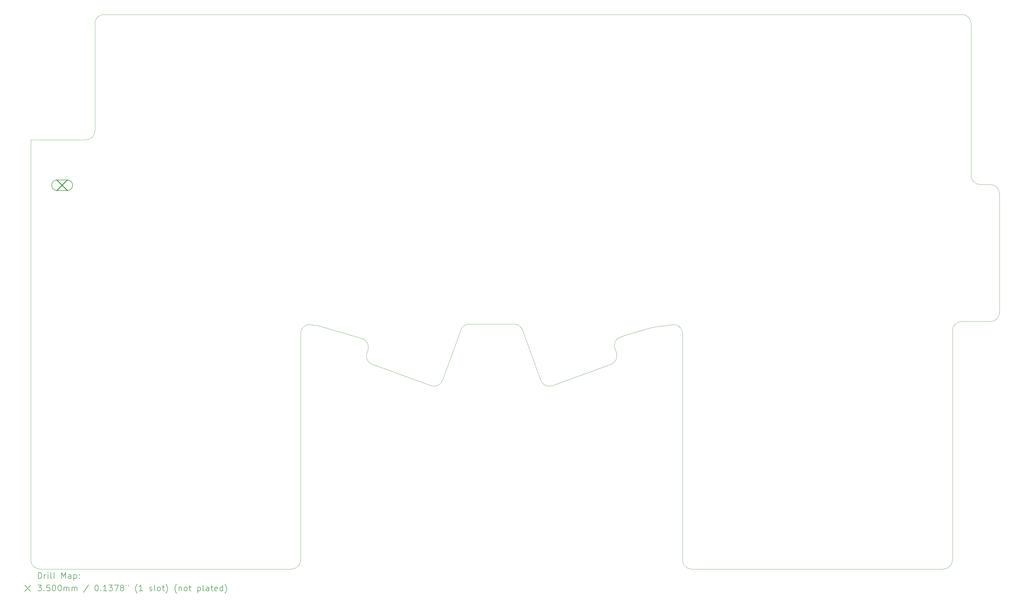
<source format=gbr>
%TF.GenerationSoftware,KiCad,Pcbnew,(6.0.7-1)-1*%
%TF.CreationDate,2022-08-18T09:54:43+02:00*%
%TF.ProjectId,optical-keyboard-mx,6f707469-6361-46c2-9d6b-6579626f6172,rev?*%
%TF.SameCoordinates,Original*%
%TF.FileFunction,Drillmap*%
%TF.FilePolarity,Positive*%
%FSLAX45Y45*%
G04 Gerber Fmt 4.5, Leading zero omitted, Abs format (unit mm)*
G04 Created by KiCad (PCBNEW (6.0.7-1)-1) date 2022-08-18 09:54:43*
%MOMM*%
%LPD*%
G01*
G04 APERTURE LIST*
%ADD10C,0.100000*%
%ADD11C,0.200000*%
%ADD12C,0.350000*%
G04 APERTURE END LIST*
D10*
X29225000Y-16950000D02*
X29225000Y-11650000D01*
X12128234Y-10921581D02*
X12743870Y-9230135D01*
X17779634Y-10382641D02*
X15806280Y-11100883D01*
X29525000Y-8950000D02*
G75*
G03*
X29225000Y-9250000I0J-300000D01*
G01*
X20175000Y-16950000D02*
G75*
G03*
X20475000Y-17250000I300000J0D01*
G01*
X17779633Y-10382636D02*
G75*
G03*
X17958936Y-9998127I-102603J281906D01*
G01*
X30500000Y-4350000D02*
X30150000Y-4350000D01*
X20475000Y-17250000D02*
X28925000Y-17250000D01*
X7375000Y-16950000D02*
X7375000Y-11650000D01*
X7375000Y-11350000D02*
X7375000Y-9350000D01*
X7757691Y-9061622D02*
G75*
G03*
X7375000Y-9350000I-82691J-288379D01*
G01*
X7375000Y-11650000D02*
X7375000Y-11350000D01*
X175000Y-2850000D02*
X-1675000Y-2850000D01*
X7075000Y-17250000D02*
G75*
G03*
X7375000Y-16950000I0J300000D01*
G01*
X475000Y1050000D02*
X475000Y-2550000D01*
X7888891Y-9070384D02*
X7787000Y-9071000D01*
X28925000Y-17250000D02*
G75*
G03*
X29225000Y-16950000I0J300000D01*
G01*
X29850000Y-4050000D02*
X29850000Y1050000D01*
X18106850Y-9466189D02*
X18282110Y-9397703D01*
X29225000Y-11350000D02*
X29225000Y-9250000D01*
X13025778Y-9032741D02*
X14524222Y-9032741D01*
X18282110Y-9397703D02*
X19195309Y-9135848D01*
X15421766Y-10921581D02*
X14806130Y-9230135D01*
X20175000Y-9350000D02*
G75*
G03*
X19792309Y-9061622I-300000J0D01*
G01*
X-1675000Y-11350000D02*
X-1675000Y-11650000D01*
X18106851Y-9466193D02*
G75*
G03*
X17907633Y-9857173I82689J-288377D01*
G01*
X20175000Y-11650000D02*
X20175000Y-11350000D01*
X13025778Y-9032739D02*
G75*
G03*
X12743870Y-9230135I2J-300002D01*
G01*
X20175000Y-11650000D02*
X20175000Y-16950000D01*
X9770366Y-10382641D02*
X11743720Y-11100883D01*
X29850000Y1050000D02*
G75*
G03*
X29550000Y1350000I-300000J0D01*
G01*
X9625265Y-9904157D02*
G75*
G03*
X9426049Y-9513173I-281905J102607D01*
G01*
X9591059Y-9998125D02*
G75*
G03*
X9770366Y-10382641I281911J-102605D01*
G01*
X29225000Y-11650000D02*
X29225000Y-11350000D01*
X775000Y1350000D02*
G75*
G03*
X475000Y1050000I0J-300000D01*
G01*
X-1375000Y-17250000D02*
X7075000Y-17250000D01*
X-1675000Y-2850000D02*
X-1675000Y-11350000D01*
X15421764Y-10921582D02*
G75*
G03*
X15806280Y-11100883I281906J102602D01*
G01*
X7888891Y-9070384D02*
X9030390Y-9397703D01*
X30500000Y-8950000D02*
G75*
G03*
X30800000Y-8650000I0J300000D01*
G01*
X11743721Y-11100881D02*
G75*
G03*
X12128234Y-10921581I102609J281901D01*
G01*
X7757691Y-9061622D02*
X7787000Y-9071000D01*
X-1675000Y-16950000D02*
G75*
G03*
X-1375000Y-17250000I300000J0D01*
G01*
X29525000Y-8950000D02*
X30500000Y-8950000D01*
X30800000Y-4650000D02*
G75*
G03*
X30500000Y-4350000I-300000J0D01*
G01*
X775000Y1350000D02*
X29550000Y1350000D01*
X20175000Y-9350000D02*
X20175000Y-11350000D01*
X9591064Y-9998127D02*
X9625266Y-9904158D01*
X14806128Y-9230135D02*
G75*
G03*
X14524222Y-9032741I-281908J-102605D01*
G01*
X9030390Y-9397703D02*
X9426049Y-9513173D01*
X30800000Y-8650000D02*
X30800000Y-4650000D01*
X19195309Y-9135848D02*
X19792309Y-9061622D01*
X29850000Y-4050000D02*
G75*
G03*
X30150000Y-4350000I300000J0D01*
G01*
X-1675000Y-11650000D02*
X-1675000Y-16950000D01*
X175000Y-2850000D02*
G75*
G03*
X475000Y-2550000I0J300000D01*
G01*
X17958936Y-9998127D02*
X17907633Y-9857173D01*
D11*
D12*
X-800000Y-4200000D02*
X-450000Y-4550000D01*
X-450000Y-4200000D02*
X-800000Y-4550000D01*
D11*
X-800000Y-4550000D02*
X-450000Y-4550000D01*
X-800000Y-4200000D02*
X-450000Y-4200000D01*
X-450000Y-4550000D02*
G75*
G03*
X-450000Y-4200000I0J175000D01*
G01*
X-800000Y-4200000D02*
G75*
G03*
X-800000Y-4550000I0J-175000D01*
G01*
X-1422381Y-17565476D02*
X-1422381Y-17365476D01*
X-1374762Y-17365476D01*
X-1346190Y-17375000D01*
X-1327143Y-17394048D01*
X-1317619Y-17413095D01*
X-1308095Y-17451190D01*
X-1308095Y-17479762D01*
X-1317619Y-17517857D01*
X-1327143Y-17536905D01*
X-1346190Y-17555952D01*
X-1374762Y-17565476D01*
X-1422381Y-17565476D01*
X-1222381Y-17565476D02*
X-1222381Y-17432143D01*
X-1222381Y-17470238D02*
X-1212857Y-17451190D01*
X-1203333Y-17441667D01*
X-1184286Y-17432143D01*
X-1165238Y-17432143D01*
X-1098571Y-17565476D02*
X-1098571Y-17432143D01*
X-1098571Y-17365476D02*
X-1108095Y-17375000D01*
X-1098571Y-17384524D01*
X-1089048Y-17375000D01*
X-1098571Y-17365476D01*
X-1098571Y-17384524D01*
X-974762Y-17565476D02*
X-993809Y-17555952D01*
X-1003333Y-17536905D01*
X-1003333Y-17365476D01*
X-870000Y-17565476D02*
X-889048Y-17555952D01*
X-898571Y-17536905D01*
X-898571Y-17365476D01*
X-641429Y-17565476D02*
X-641429Y-17365476D01*
X-574762Y-17508333D01*
X-508095Y-17365476D01*
X-508095Y-17565476D01*
X-327143Y-17565476D02*
X-327143Y-17460714D01*
X-336667Y-17441667D01*
X-355714Y-17432143D01*
X-393809Y-17432143D01*
X-412857Y-17441667D01*
X-327143Y-17555952D02*
X-346190Y-17565476D01*
X-393809Y-17565476D01*
X-412857Y-17555952D01*
X-422381Y-17536905D01*
X-422381Y-17517857D01*
X-412857Y-17498810D01*
X-393809Y-17489286D01*
X-346190Y-17489286D01*
X-327143Y-17479762D01*
X-231905Y-17432143D02*
X-231905Y-17632143D01*
X-231905Y-17441667D02*
X-212857Y-17432143D01*
X-174762Y-17432143D01*
X-155714Y-17441667D01*
X-146190Y-17451190D01*
X-136667Y-17470238D01*
X-136667Y-17527381D01*
X-146190Y-17546429D01*
X-155714Y-17555952D01*
X-174762Y-17565476D01*
X-212857Y-17565476D01*
X-231905Y-17555952D01*
X-50952Y-17546429D02*
X-41429Y-17555952D01*
X-50952Y-17565476D01*
X-60476Y-17555952D01*
X-50952Y-17546429D01*
X-50952Y-17565476D01*
X-50952Y-17441667D02*
X-41429Y-17451190D01*
X-50952Y-17460714D01*
X-60476Y-17451190D01*
X-50952Y-17441667D01*
X-50952Y-17460714D01*
X-1880000Y-17795000D02*
X-1680000Y-17995000D01*
X-1680000Y-17795000D02*
X-1880000Y-17995000D01*
X-1441428Y-17785476D02*
X-1317619Y-17785476D01*
X-1384286Y-17861667D01*
X-1355714Y-17861667D01*
X-1336667Y-17871190D01*
X-1327143Y-17880714D01*
X-1317619Y-17899762D01*
X-1317619Y-17947381D01*
X-1327143Y-17966429D01*
X-1336667Y-17975952D01*
X-1355714Y-17985476D01*
X-1412857Y-17985476D01*
X-1431905Y-17975952D01*
X-1441428Y-17966429D01*
X-1231905Y-17966429D02*
X-1222381Y-17975952D01*
X-1231905Y-17985476D01*
X-1241429Y-17975952D01*
X-1231905Y-17966429D01*
X-1231905Y-17985476D01*
X-1041428Y-17785476D02*
X-1136667Y-17785476D01*
X-1146190Y-17880714D01*
X-1136667Y-17871190D01*
X-1117619Y-17861667D01*
X-1070000Y-17861667D01*
X-1050952Y-17871190D01*
X-1041428Y-17880714D01*
X-1031905Y-17899762D01*
X-1031905Y-17947381D01*
X-1041428Y-17966429D01*
X-1050952Y-17975952D01*
X-1070000Y-17985476D01*
X-1117619Y-17985476D01*
X-1136667Y-17975952D01*
X-1146190Y-17966429D01*
X-908095Y-17785476D02*
X-889048Y-17785476D01*
X-870000Y-17795000D01*
X-860476Y-17804524D01*
X-850952Y-17823571D01*
X-841428Y-17861667D01*
X-841428Y-17909286D01*
X-850952Y-17947381D01*
X-860476Y-17966429D01*
X-870000Y-17975952D01*
X-889048Y-17985476D01*
X-908095Y-17985476D01*
X-927143Y-17975952D01*
X-936667Y-17966429D01*
X-946190Y-17947381D01*
X-955714Y-17909286D01*
X-955714Y-17861667D01*
X-946190Y-17823571D01*
X-936667Y-17804524D01*
X-927143Y-17795000D01*
X-908095Y-17785476D01*
X-717619Y-17785476D02*
X-698571Y-17785476D01*
X-679524Y-17795000D01*
X-670000Y-17804524D01*
X-660476Y-17823571D01*
X-650952Y-17861667D01*
X-650952Y-17909286D01*
X-660476Y-17947381D01*
X-670000Y-17966429D01*
X-679524Y-17975952D01*
X-698571Y-17985476D01*
X-717619Y-17985476D01*
X-736667Y-17975952D01*
X-746190Y-17966429D01*
X-755714Y-17947381D01*
X-765238Y-17909286D01*
X-765238Y-17861667D01*
X-755714Y-17823571D01*
X-746190Y-17804524D01*
X-736667Y-17795000D01*
X-717619Y-17785476D01*
X-565238Y-17985476D02*
X-565238Y-17852143D01*
X-565238Y-17871190D02*
X-555714Y-17861667D01*
X-536667Y-17852143D01*
X-508095Y-17852143D01*
X-489048Y-17861667D01*
X-479524Y-17880714D01*
X-479524Y-17985476D01*
X-479524Y-17880714D02*
X-470000Y-17861667D01*
X-450952Y-17852143D01*
X-422381Y-17852143D01*
X-403333Y-17861667D01*
X-393809Y-17880714D01*
X-393809Y-17985476D01*
X-298571Y-17985476D02*
X-298571Y-17852143D01*
X-298571Y-17871190D02*
X-289048Y-17861667D01*
X-270000Y-17852143D01*
X-241428Y-17852143D01*
X-222381Y-17861667D01*
X-212857Y-17880714D01*
X-212857Y-17985476D01*
X-212857Y-17880714D02*
X-203333Y-17861667D01*
X-184286Y-17852143D01*
X-155714Y-17852143D01*
X-136667Y-17861667D01*
X-127143Y-17880714D01*
X-127143Y-17985476D01*
X263333Y-17775952D02*
X91905Y-18033095D01*
X520476Y-17785476D02*
X539524Y-17785476D01*
X558571Y-17795000D01*
X568095Y-17804524D01*
X577619Y-17823571D01*
X587143Y-17861667D01*
X587143Y-17909286D01*
X577619Y-17947381D01*
X568095Y-17966429D01*
X558571Y-17975952D01*
X539524Y-17985476D01*
X520476Y-17985476D01*
X501428Y-17975952D01*
X491905Y-17966429D01*
X482381Y-17947381D01*
X472857Y-17909286D01*
X472857Y-17861667D01*
X482381Y-17823571D01*
X491905Y-17804524D01*
X501428Y-17795000D01*
X520476Y-17785476D01*
X672857Y-17966429D02*
X682381Y-17975952D01*
X672857Y-17985476D01*
X663333Y-17975952D01*
X672857Y-17966429D01*
X672857Y-17985476D01*
X872857Y-17985476D02*
X758571Y-17985476D01*
X815714Y-17985476D02*
X815714Y-17785476D01*
X796667Y-17814048D01*
X777619Y-17833095D01*
X758571Y-17842619D01*
X939524Y-17785476D02*
X1063333Y-17785476D01*
X996667Y-17861667D01*
X1025238Y-17861667D01*
X1044286Y-17871190D01*
X1053810Y-17880714D01*
X1063333Y-17899762D01*
X1063333Y-17947381D01*
X1053810Y-17966429D01*
X1044286Y-17975952D01*
X1025238Y-17985476D01*
X968095Y-17985476D01*
X949048Y-17975952D01*
X939524Y-17966429D01*
X1130000Y-17785476D02*
X1263333Y-17785476D01*
X1177619Y-17985476D01*
X1368095Y-17871190D02*
X1349048Y-17861667D01*
X1339524Y-17852143D01*
X1330000Y-17833095D01*
X1330000Y-17823571D01*
X1339524Y-17804524D01*
X1349048Y-17795000D01*
X1368095Y-17785476D01*
X1406190Y-17785476D01*
X1425238Y-17795000D01*
X1434762Y-17804524D01*
X1444286Y-17823571D01*
X1444286Y-17833095D01*
X1434762Y-17852143D01*
X1425238Y-17861667D01*
X1406190Y-17871190D01*
X1368095Y-17871190D01*
X1349048Y-17880714D01*
X1339524Y-17890238D01*
X1330000Y-17909286D01*
X1330000Y-17947381D01*
X1339524Y-17966429D01*
X1349048Y-17975952D01*
X1368095Y-17985476D01*
X1406190Y-17985476D01*
X1425238Y-17975952D01*
X1434762Y-17966429D01*
X1444286Y-17947381D01*
X1444286Y-17909286D01*
X1434762Y-17890238D01*
X1425238Y-17880714D01*
X1406190Y-17871190D01*
X1520476Y-17785476D02*
X1520476Y-17823571D01*
X1596667Y-17785476D02*
X1596667Y-17823571D01*
X1891905Y-18061667D02*
X1882381Y-18052143D01*
X1863333Y-18023571D01*
X1853809Y-18004524D01*
X1844286Y-17975952D01*
X1834762Y-17928333D01*
X1834762Y-17890238D01*
X1844286Y-17842619D01*
X1853809Y-17814048D01*
X1863333Y-17795000D01*
X1882381Y-17766429D01*
X1891905Y-17756905D01*
X2072857Y-17985476D02*
X1958571Y-17985476D01*
X2015714Y-17985476D02*
X2015714Y-17785476D01*
X1996667Y-17814048D01*
X1977619Y-17833095D01*
X1958571Y-17842619D01*
X2301429Y-17975952D02*
X2320476Y-17985476D01*
X2358571Y-17985476D01*
X2377619Y-17975952D01*
X2387143Y-17956905D01*
X2387143Y-17947381D01*
X2377619Y-17928333D01*
X2358571Y-17918810D01*
X2330000Y-17918810D01*
X2310952Y-17909286D01*
X2301429Y-17890238D01*
X2301429Y-17880714D01*
X2310952Y-17861667D01*
X2330000Y-17852143D01*
X2358571Y-17852143D01*
X2377619Y-17861667D01*
X2501429Y-17985476D02*
X2482381Y-17975952D01*
X2472857Y-17956905D01*
X2472857Y-17785476D01*
X2606190Y-17985476D02*
X2587143Y-17975952D01*
X2577619Y-17966429D01*
X2568095Y-17947381D01*
X2568095Y-17890238D01*
X2577619Y-17871190D01*
X2587143Y-17861667D01*
X2606190Y-17852143D01*
X2634762Y-17852143D01*
X2653810Y-17861667D01*
X2663333Y-17871190D01*
X2672857Y-17890238D01*
X2672857Y-17947381D01*
X2663333Y-17966429D01*
X2653810Y-17975952D01*
X2634762Y-17985476D01*
X2606190Y-17985476D01*
X2730000Y-17852143D02*
X2806190Y-17852143D01*
X2758571Y-17785476D02*
X2758571Y-17956905D01*
X2768095Y-17975952D01*
X2787143Y-17985476D01*
X2806190Y-17985476D01*
X2853809Y-18061667D02*
X2863333Y-18052143D01*
X2882381Y-18023571D01*
X2891905Y-18004524D01*
X2901428Y-17975952D01*
X2910952Y-17928333D01*
X2910952Y-17890238D01*
X2901428Y-17842619D01*
X2891905Y-17814048D01*
X2882381Y-17795000D01*
X2863333Y-17766429D01*
X2853809Y-17756905D01*
X3215714Y-18061667D02*
X3206190Y-18052143D01*
X3187143Y-18023571D01*
X3177619Y-18004524D01*
X3168095Y-17975952D01*
X3158571Y-17928333D01*
X3158571Y-17890238D01*
X3168095Y-17842619D01*
X3177619Y-17814048D01*
X3187143Y-17795000D01*
X3206190Y-17766429D01*
X3215714Y-17756905D01*
X3291905Y-17852143D02*
X3291905Y-17985476D01*
X3291905Y-17871190D02*
X3301428Y-17861667D01*
X3320476Y-17852143D01*
X3349048Y-17852143D01*
X3368095Y-17861667D01*
X3377619Y-17880714D01*
X3377619Y-17985476D01*
X3501428Y-17985476D02*
X3482381Y-17975952D01*
X3472857Y-17966429D01*
X3463333Y-17947381D01*
X3463333Y-17890238D01*
X3472857Y-17871190D01*
X3482381Y-17861667D01*
X3501428Y-17852143D01*
X3530000Y-17852143D01*
X3549048Y-17861667D01*
X3558571Y-17871190D01*
X3568095Y-17890238D01*
X3568095Y-17947381D01*
X3558571Y-17966429D01*
X3549048Y-17975952D01*
X3530000Y-17985476D01*
X3501428Y-17985476D01*
X3625238Y-17852143D02*
X3701428Y-17852143D01*
X3653809Y-17785476D02*
X3653809Y-17956905D01*
X3663333Y-17975952D01*
X3682381Y-17985476D01*
X3701428Y-17985476D01*
X3920476Y-17852143D02*
X3920476Y-18052143D01*
X3920476Y-17861667D02*
X3939524Y-17852143D01*
X3977619Y-17852143D01*
X3996667Y-17861667D01*
X4006190Y-17871190D01*
X4015714Y-17890238D01*
X4015714Y-17947381D01*
X4006190Y-17966429D01*
X3996667Y-17975952D01*
X3977619Y-17985476D01*
X3939524Y-17985476D01*
X3920476Y-17975952D01*
X4130000Y-17985476D02*
X4110952Y-17975952D01*
X4101428Y-17956905D01*
X4101428Y-17785476D01*
X4291905Y-17985476D02*
X4291905Y-17880714D01*
X4282381Y-17861667D01*
X4263333Y-17852143D01*
X4225238Y-17852143D01*
X4206190Y-17861667D01*
X4291905Y-17975952D02*
X4272857Y-17985476D01*
X4225238Y-17985476D01*
X4206190Y-17975952D01*
X4196667Y-17956905D01*
X4196667Y-17937857D01*
X4206190Y-17918810D01*
X4225238Y-17909286D01*
X4272857Y-17909286D01*
X4291905Y-17899762D01*
X4358571Y-17852143D02*
X4434762Y-17852143D01*
X4387143Y-17785476D02*
X4387143Y-17956905D01*
X4396667Y-17975952D01*
X4415714Y-17985476D01*
X4434762Y-17985476D01*
X4577619Y-17975952D02*
X4558571Y-17985476D01*
X4520476Y-17985476D01*
X4501429Y-17975952D01*
X4491905Y-17956905D01*
X4491905Y-17880714D01*
X4501429Y-17861667D01*
X4520476Y-17852143D01*
X4558571Y-17852143D01*
X4577619Y-17861667D01*
X4587143Y-17880714D01*
X4587143Y-17899762D01*
X4491905Y-17918810D01*
X4758571Y-17985476D02*
X4758571Y-17785476D01*
X4758571Y-17975952D02*
X4739524Y-17985476D01*
X4701429Y-17985476D01*
X4682381Y-17975952D01*
X4672857Y-17966429D01*
X4663333Y-17947381D01*
X4663333Y-17890238D01*
X4672857Y-17871190D01*
X4682381Y-17861667D01*
X4701429Y-17852143D01*
X4739524Y-17852143D01*
X4758571Y-17861667D01*
X4834762Y-18061667D02*
X4844286Y-18052143D01*
X4863333Y-18023571D01*
X4872857Y-18004524D01*
X4882381Y-17975952D01*
X4891905Y-17928333D01*
X4891905Y-17890238D01*
X4882381Y-17842619D01*
X4872857Y-17814048D01*
X4863333Y-17795000D01*
X4844286Y-17766429D01*
X4834762Y-17756905D01*
M02*

</source>
